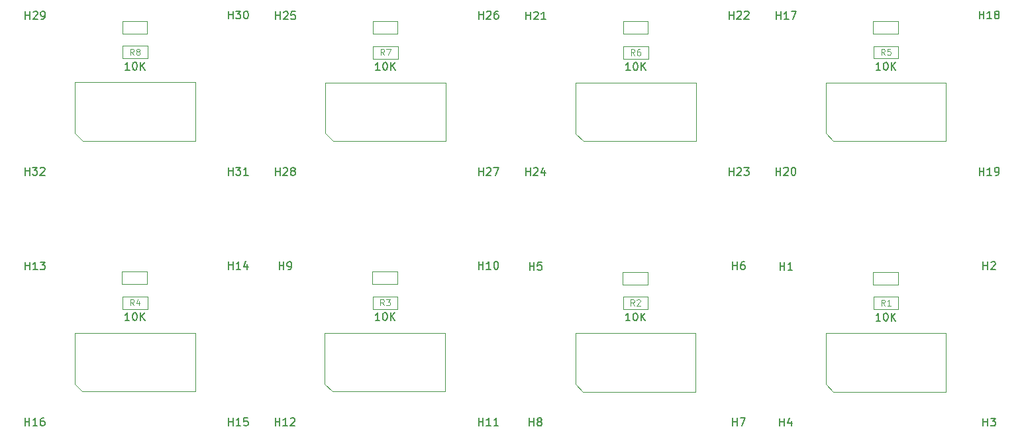
<source format=gbr>
%TF.GenerationSoftware,KiCad,Pcbnew,8.0.6*%
%TF.CreationDate,2024-11-17T13:24:28+02:00*%
%TF.ProjectId,1088as,31303838-6173-42e6-9b69-6361645f7063,rev?*%
%TF.SameCoordinates,PX4b9ebbdPY7add530*%
%TF.FileFunction,AssemblyDrawing,Top*%
%FSLAX46Y46*%
G04 Gerber Fmt 4.6, Leading zero omitted, Abs format (unit mm)*
G04 Created by KiCad (PCBNEW 8.0.6) date 2024-11-17 13:24:28*
%MOMM*%
%LPD*%
G01*
G04 APERTURE LIST*
%ADD10C,0.150000*%
%ADD11C,0.120000*%
%ADD12C,0.100000*%
G04 APERTURE END LIST*
D10*
X47228162Y19149075D02*
X46656734Y19149075D01*
X46942448Y19149075D02*
X46942448Y20149075D01*
X46942448Y20149075D02*
X46847210Y20006218D01*
X46847210Y20006218D02*
X46751972Y19910980D01*
X46751972Y19910980D02*
X46656734Y19863361D01*
X47847210Y20149075D02*
X47942448Y20149075D01*
X47942448Y20149075D02*
X48037686Y20101456D01*
X48037686Y20101456D02*
X48085305Y20053837D01*
X48085305Y20053837D02*
X48132924Y19958599D01*
X48132924Y19958599D02*
X48180543Y19768123D01*
X48180543Y19768123D02*
X48180543Y19530028D01*
X48180543Y19530028D02*
X48132924Y19339552D01*
X48132924Y19339552D02*
X48085305Y19244314D01*
X48085305Y19244314D02*
X48037686Y19196694D01*
X48037686Y19196694D02*
X47942448Y19149075D01*
X47942448Y19149075D02*
X47847210Y19149075D01*
X47847210Y19149075D02*
X47751972Y19196694D01*
X47751972Y19196694D02*
X47704353Y19244314D01*
X47704353Y19244314D02*
X47656734Y19339552D01*
X47656734Y19339552D02*
X47609115Y19530028D01*
X47609115Y19530028D02*
X47609115Y19768123D01*
X47609115Y19768123D02*
X47656734Y19958599D01*
X47656734Y19958599D02*
X47704353Y20053837D01*
X47704353Y20053837D02*
X47751972Y20101456D01*
X47751972Y20101456D02*
X47847210Y20149075D01*
X48609115Y19149075D02*
X48609115Y20149075D01*
X49180543Y19149075D02*
X48751972Y19720504D01*
X49180543Y20149075D02*
X48609115Y19577647D01*
D11*
X47785306Y21060039D02*
X47518639Y21440992D01*
X47328163Y21060039D02*
X47328163Y21860039D01*
X47328163Y21860039D02*
X47632925Y21860039D01*
X47632925Y21860039D02*
X47709115Y21821944D01*
X47709115Y21821944D02*
X47747210Y21783849D01*
X47747210Y21783849D02*
X47785306Y21707658D01*
X47785306Y21707658D02*
X47785306Y21593373D01*
X47785306Y21593373D02*
X47747210Y21517182D01*
X47747210Y21517182D02*
X47709115Y21479087D01*
X47709115Y21479087D02*
X47632925Y21440992D01*
X47632925Y21440992D02*
X47328163Y21440992D01*
X48051972Y21860039D02*
X48547210Y21860039D01*
X48547210Y21860039D02*
X48280544Y21555277D01*
X48280544Y21555277D02*
X48394829Y21555277D01*
X48394829Y21555277D02*
X48471020Y21517182D01*
X48471020Y21517182D02*
X48509115Y21479087D01*
X48509115Y21479087D02*
X48547210Y21402896D01*
X48547210Y21402896D02*
X48547210Y21212420D01*
X48547210Y21212420D02*
X48509115Y21136230D01*
X48509115Y21136230D02*
X48471020Y21098134D01*
X48471020Y21098134D02*
X48394829Y21060039D01*
X48394829Y21060039D02*
X48166258Y21060039D01*
X48166258Y21060039D02*
X48090067Y21098134D01*
X48090067Y21098134D02*
X48051972Y21136230D01*
D10*
X1930844Y57668684D02*
X1930844Y58668684D01*
X1930844Y58192494D02*
X2502272Y58192494D01*
X2502272Y57668684D02*
X2502272Y58668684D01*
X2930844Y58573446D02*
X2978463Y58621065D01*
X2978463Y58621065D02*
X3073701Y58668684D01*
X3073701Y58668684D02*
X3311796Y58668684D01*
X3311796Y58668684D02*
X3407034Y58621065D01*
X3407034Y58621065D02*
X3454653Y58573446D01*
X3454653Y58573446D02*
X3502272Y58478208D01*
X3502272Y58478208D02*
X3502272Y58382970D01*
X3502272Y58382970D02*
X3454653Y58240113D01*
X3454653Y58240113D02*
X2883225Y57668684D01*
X2883225Y57668684D02*
X3502272Y57668684D01*
X3978463Y57668684D02*
X4168939Y57668684D01*
X4168939Y57668684D02*
X4264177Y57716303D01*
X4264177Y57716303D02*
X4311796Y57763923D01*
X4311796Y57763923D02*
X4407034Y57906780D01*
X4407034Y57906780D02*
X4454653Y58097256D01*
X4454653Y58097256D02*
X4454653Y58478208D01*
X4454653Y58478208D02*
X4407034Y58573446D01*
X4407034Y58573446D02*
X4359415Y58621065D01*
X4359415Y58621065D02*
X4264177Y58668684D01*
X4264177Y58668684D02*
X4073701Y58668684D01*
X4073701Y58668684D02*
X3978463Y58621065D01*
X3978463Y58621065D02*
X3930844Y58573446D01*
X3930844Y58573446D02*
X3883225Y58478208D01*
X3883225Y58478208D02*
X3883225Y58240113D01*
X3883225Y58240113D02*
X3930844Y58144875D01*
X3930844Y58144875D02*
X3978463Y58097256D01*
X3978463Y58097256D02*
X4073701Y58049637D01*
X4073701Y58049637D02*
X4264177Y58049637D01*
X4264177Y58049637D02*
X4359415Y58097256D01*
X4359415Y58097256D02*
X4407034Y58144875D01*
X4407034Y58144875D02*
X4454653Y58240113D01*
X65897844Y37695981D02*
X65897844Y38695981D01*
X65897844Y38219791D02*
X66469272Y38219791D01*
X66469272Y37695981D02*
X66469272Y38695981D01*
X66897844Y38600743D02*
X66945463Y38648362D01*
X66945463Y38648362D02*
X67040701Y38695981D01*
X67040701Y38695981D02*
X67278796Y38695981D01*
X67278796Y38695981D02*
X67374034Y38648362D01*
X67374034Y38648362D02*
X67421653Y38600743D01*
X67421653Y38600743D02*
X67469272Y38505505D01*
X67469272Y38505505D02*
X67469272Y38410267D01*
X67469272Y38410267D02*
X67421653Y38267410D01*
X67421653Y38267410D02*
X66850225Y37695981D01*
X66850225Y37695981D02*
X67469272Y37695981D01*
X68326415Y38362648D02*
X68326415Y37695981D01*
X68088320Y38743600D02*
X67850225Y38029315D01*
X67850225Y38029315D02*
X68469272Y38029315D01*
X1882894Y5695334D02*
X1882894Y6695334D01*
X1882894Y6219144D02*
X2454322Y6219144D01*
X2454322Y5695334D02*
X2454322Y6695334D01*
X3454322Y5695334D02*
X2882894Y5695334D01*
X3168608Y5695334D02*
X3168608Y6695334D01*
X3168608Y6695334D02*
X3073370Y6552477D01*
X3073370Y6552477D02*
X2978132Y6457239D01*
X2978132Y6457239D02*
X2882894Y6409620D01*
X4311465Y6695334D02*
X4120989Y6695334D01*
X4120989Y6695334D02*
X4025751Y6647715D01*
X4025751Y6647715D02*
X3978132Y6600096D01*
X3978132Y6600096D02*
X3882894Y6457239D01*
X3882894Y6457239D02*
X3835275Y6266763D01*
X3835275Y6266763D02*
X3835275Y5885811D01*
X3835275Y5885811D02*
X3882894Y5790573D01*
X3882894Y5790573D02*
X3930513Y5742953D01*
X3930513Y5742953D02*
X4025751Y5695334D01*
X4025751Y5695334D02*
X4216227Y5695334D01*
X4216227Y5695334D02*
X4311465Y5742953D01*
X4311465Y5742953D02*
X4359084Y5790573D01*
X4359084Y5790573D02*
X4406703Y5885811D01*
X4406703Y5885811D02*
X4406703Y6123906D01*
X4406703Y6123906D02*
X4359084Y6219144D01*
X4359084Y6219144D02*
X4311465Y6266763D01*
X4311465Y6266763D02*
X4216227Y6314382D01*
X4216227Y6314382D02*
X4025751Y6314382D01*
X4025751Y6314382D02*
X3930513Y6266763D01*
X3930513Y6266763D02*
X3882894Y6219144D01*
X3882894Y6219144D02*
X3835275Y6123906D01*
X111241162Y51165275D02*
X110669734Y51165275D01*
X110955448Y51165275D02*
X110955448Y52165275D01*
X110955448Y52165275D02*
X110860210Y52022418D01*
X110860210Y52022418D02*
X110764972Y51927180D01*
X110764972Y51927180D02*
X110669734Y51879561D01*
X111860210Y52165275D02*
X111955448Y52165275D01*
X111955448Y52165275D02*
X112050686Y52117656D01*
X112050686Y52117656D02*
X112098305Y52070037D01*
X112098305Y52070037D02*
X112145924Y51974799D01*
X112145924Y51974799D02*
X112193543Y51784323D01*
X112193543Y51784323D02*
X112193543Y51546228D01*
X112193543Y51546228D02*
X112145924Y51355752D01*
X112145924Y51355752D02*
X112098305Y51260514D01*
X112098305Y51260514D02*
X112050686Y51212894D01*
X112050686Y51212894D02*
X111955448Y51165275D01*
X111955448Y51165275D02*
X111860210Y51165275D01*
X111860210Y51165275D02*
X111764972Y51212894D01*
X111764972Y51212894D02*
X111717353Y51260514D01*
X111717353Y51260514D02*
X111669734Y51355752D01*
X111669734Y51355752D02*
X111622115Y51546228D01*
X111622115Y51546228D02*
X111622115Y51784323D01*
X111622115Y51784323D02*
X111669734Y51974799D01*
X111669734Y51974799D02*
X111717353Y52070037D01*
X111717353Y52070037D02*
X111764972Y52117656D01*
X111764972Y52117656D02*
X111860210Y52165275D01*
X112622115Y51165275D02*
X112622115Y52165275D01*
X113193543Y51165275D02*
X112764972Y51736704D01*
X113193543Y52165275D02*
X112622115Y51593847D01*
D11*
X111798306Y53076239D02*
X111531639Y53457192D01*
X111341163Y53076239D02*
X111341163Y53876239D01*
X111341163Y53876239D02*
X111645925Y53876239D01*
X111645925Y53876239D02*
X111722115Y53838144D01*
X111722115Y53838144D02*
X111760210Y53800049D01*
X111760210Y53800049D02*
X111798306Y53723858D01*
X111798306Y53723858D02*
X111798306Y53609573D01*
X111798306Y53609573D02*
X111760210Y53533382D01*
X111760210Y53533382D02*
X111722115Y53495287D01*
X111722115Y53495287D02*
X111645925Y53457192D01*
X111645925Y53457192D02*
X111341163Y53457192D01*
X112522115Y53876239D02*
X112141163Y53876239D01*
X112141163Y53876239D02*
X112103067Y53495287D01*
X112103067Y53495287D02*
X112141163Y53533382D01*
X112141163Y53533382D02*
X112217353Y53571477D01*
X112217353Y53571477D02*
X112407829Y53571477D01*
X112407829Y53571477D02*
X112484020Y53533382D01*
X112484020Y53533382D02*
X112522115Y53495287D01*
X112522115Y53495287D02*
X112560210Y53419096D01*
X112560210Y53419096D02*
X112560210Y53228620D01*
X112560210Y53228620D02*
X112522115Y53152430D01*
X112522115Y53152430D02*
X112484020Y53114334D01*
X112484020Y53114334D02*
X112407829Y53076239D01*
X112407829Y53076239D02*
X112217353Y53076239D01*
X112217353Y53076239D02*
X112141163Y53114334D01*
X112141163Y53114334D02*
X112103067Y53152430D01*
D10*
X1889844Y37724734D02*
X1889844Y38724734D01*
X1889844Y38248544D02*
X2461272Y38248544D01*
X2461272Y37724734D02*
X2461272Y38724734D01*
X2842225Y38724734D02*
X3461272Y38724734D01*
X3461272Y38724734D02*
X3127939Y38343782D01*
X3127939Y38343782D02*
X3270796Y38343782D01*
X3270796Y38343782D02*
X3366034Y38296163D01*
X3366034Y38296163D02*
X3413653Y38248544D01*
X3413653Y38248544D02*
X3461272Y38153306D01*
X3461272Y38153306D02*
X3461272Y37915211D01*
X3461272Y37915211D02*
X3413653Y37819973D01*
X3413653Y37819973D02*
X3366034Y37772353D01*
X3366034Y37772353D02*
X3270796Y37724734D01*
X3270796Y37724734D02*
X2985082Y37724734D01*
X2985082Y37724734D02*
X2889844Y37772353D01*
X2889844Y37772353D02*
X2842225Y37819973D01*
X3842225Y38629496D02*
X3889844Y38677115D01*
X3889844Y38677115D02*
X3985082Y38724734D01*
X3985082Y38724734D02*
X4223177Y38724734D01*
X4223177Y38724734D02*
X4318415Y38677115D01*
X4318415Y38677115D02*
X4366034Y38629496D01*
X4366034Y38629496D02*
X4413653Y38534258D01*
X4413653Y38534258D02*
X4413653Y38439020D01*
X4413653Y38439020D02*
X4366034Y38296163D01*
X4366034Y38296163D02*
X3794606Y37724734D01*
X3794606Y37724734D02*
X4413653Y37724734D01*
X92355448Y5662372D02*
X92355448Y6662372D01*
X92355448Y6186182D02*
X92926876Y6186182D01*
X92926876Y5662372D02*
X92926876Y6662372D01*
X93307829Y6662372D02*
X93974495Y6662372D01*
X93974495Y6662372D02*
X93545924Y5662372D01*
X124363261Y25652550D02*
X124363261Y26652550D01*
X124363261Y26176360D02*
X124934689Y26176360D01*
X124934689Y25652550D02*
X124934689Y26652550D01*
X125363261Y26557312D02*
X125410880Y26604931D01*
X125410880Y26604931D02*
X125506118Y26652550D01*
X125506118Y26652550D02*
X125744213Y26652550D01*
X125744213Y26652550D02*
X125839451Y26604931D01*
X125839451Y26604931D02*
X125887070Y26557312D01*
X125887070Y26557312D02*
X125934689Y26462074D01*
X125934689Y26462074D02*
X125934689Y26366836D01*
X125934689Y26366836D02*
X125887070Y26223979D01*
X125887070Y26223979D02*
X125315642Y25652550D01*
X125315642Y25652550D02*
X125934689Y25652550D01*
X111242689Y19102191D02*
X110671261Y19102191D01*
X110956975Y19102191D02*
X110956975Y20102191D01*
X110956975Y20102191D02*
X110861737Y19959334D01*
X110861737Y19959334D02*
X110766499Y19864096D01*
X110766499Y19864096D02*
X110671261Y19816477D01*
X111861737Y20102191D02*
X111956975Y20102191D01*
X111956975Y20102191D02*
X112052213Y20054572D01*
X112052213Y20054572D02*
X112099832Y20006953D01*
X112099832Y20006953D02*
X112147451Y19911715D01*
X112147451Y19911715D02*
X112195070Y19721239D01*
X112195070Y19721239D02*
X112195070Y19483144D01*
X112195070Y19483144D02*
X112147451Y19292668D01*
X112147451Y19292668D02*
X112099832Y19197430D01*
X112099832Y19197430D02*
X112052213Y19149810D01*
X112052213Y19149810D02*
X111956975Y19102191D01*
X111956975Y19102191D02*
X111861737Y19102191D01*
X111861737Y19102191D02*
X111766499Y19149810D01*
X111766499Y19149810D02*
X111718880Y19197430D01*
X111718880Y19197430D02*
X111671261Y19292668D01*
X111671261Y19292668D02*
X111623642Y19483144D01*
X111623642Y19483144D02*
X111623642Y19721239D01*
X111623642Y19721239D02*
X111671261Y19911715D01*
X111671261Y19911715D02*
X111718880Y20006953D01*
X111718880Y20006953D02*
X111766499Y20054572D01*
X111766499Y20054572D02*
X111861737Y20102191D01*
X112623642Y19102191D02*
X112623642Y20102191D01*
X113195070Y19102191D02*
X112766499Y19673620D01*
X113195070Y20102191D02*
X112623642Y19530763D01*
D11*
X111799833Y21013155D02*
X111533166Y21394108D01*
X111342690Y21013155D02*
X111342690Y21813155D01*
X111342690Y21813155D02*
X111647452Y21813155D01*
X111647452Y21813155D02*
X111723642Y21775060D01*
X111723642Y21775060D02*
X111761737Y21736965D01*
X111761737Y21736965D02*
X111799833Y21660774D01*
X111799833Y21660774D02*
X111799833Y21546489D01*
X111799833Y21546489D02*
X111761737Y21470298D01*
X111761737Y21470298D02*
X111723642Y21432203D01*
X111723642Y21432203D02*
X111647452Y21394108D01*
X111647452Y21394108D02*
X111342690Y21394108D01*
X112561737Y21013155D02*
X112104594Y21013155D01*
X112333166Y21013155D02*
X112333166Y21813155D01*
X112333166Y21813155D02*
X112256975Y21698870D01*
X112256975Y21698870D02*
X112180785Y21622679D01*
X112180785Y21622679D02*
X112104594Y21584584D01*
D10*
X27882894Y25695334D02*
X27882894Y26695334D01*
X27882894Y26219144D02*
X28454322Y26219144D01*
X28454322Y25695334D02*
X28454322Y26695334D01*
X29454322Y25695334D02*
X28882894Y25695334D01*
X29168608Y25695334D02*
X29168608Y26695334D01*
X29168608Y26695334D02*
X29073370Y26552477D01*
X29073370Y26552477D02*
X28978132Y26457239D01*
X28978132Y26457239D02*
X28882894Y26409620D01*
X30311465Y26362001D02*
X30311465Y25695334D01*
X30073370Y26742953D02*
X29835275Y26028668D01*
X29835275Y26028668D02*
X30454322Y26028668D01*
X123885544Y57715634D02*
X123885544Y58715634D01*
X123885544Y58239444D02*
X124456972Y58239444D01*
X124456972Y57715634D02*
X124456972Y58715634D01*
X125456972Y57715634D02*
X124885544Y57715634D01*
X125171258Y57715634D02*
X125171258Y58715634D01*
X125171258Y58715634D02*
X125076020Y58572777D01*
X125076020Y58572777D02*
X124980782Y58477539D01*
X124980782Y58477539D02*
X124885544Y58429920D01*
X126028401Y58287063D02*
X125933163Y58334682D01*
X125933163Y58334682D02*
X125885544Y58382301D01*
X125885544Y58382301D02*
X125837925Y58477539D01*
X125837925Y58477539D02*
X125837925Y58525158D01*
X125837925Y58525158D02*
X125885544Y58620396D01*
X125885544Y58620396D02*
X125933163Y58668015D01*
X125933163Y58668015D02*
X126028401Y58715634D01*
X126028401Y58715634D02*
X126218877Y58715634D01*
X126218877Y58715634D02*
X126314115Y58668015D01*
X126314115Y58668015D02*
X126361734Y58620396D01*
X126361734Y58620396D02*
X126409353Y58525158D01*
X126409353Y58525158D02*
X126409353Y58477539D01*
X126409353Y58477539D02*
X126361734Y58382301D01*
X126361734Y58382301D02*
X126314115Y58334682D01*
X126314115Y58334682D02*
X126218877Y58287063D01*
X126218877Y58287063D02*
X126028401Y58287063D01*
X126028401Y58287063D02*
X125933163Y58239444D01*
X125933163Y58239444D02*
X125885544Y58191825D01*
X125885544Y58191825D02*
X125837925Y58096587D01*
X125837925Y58096587D02*
X125837925Y57906111D01*
X125837925Y57906111D02*
X125885544Y57810873D01*
X125885544Y57810873D02*
X125933163Y57763253D01*
X125933163Y57763253D02*
X126028401Y57715634D01*
X126028401Y57715634D02*
X126218877Y57715634D01*
X126218877Y57715634D02*
X126314115Y57763253D01*
X126314115Y57763253D02*
X126361734Y57810873D01*
X126361734Y57810873D02*
X126409353Y57906111D01*
X126409353Y57906111D02*
X126409353Y58096587D01*
X126409353Y58096587D02*
X126361734Y58191825D01*
X126361734Y58191825D02*
X126314115Y58239444D01*
X126314115Y58239444D02*
X126218877Y58287063D01*
X123885544Y37715635D02*
X123885544Y38715635D01*
X123885544Y38239445D02*
X124456972Y38239445D01*
X124456972Y37715635D02*
X124456972Y38715635D01*
X125456972Y37715635D02*
X124885544Y37715635D01*
X125171258Y37715635D02*
X125171258Y38715635D01*
X125171258Y38715635D02*
X125076020Y38572778D01*
X125076020Y38572778D02*
X124980782Y38477540D01*
X124980782Y38477540D02*
X124885544Y38429921D01*
X125933163Y37715635D02*
X126123639Y37715635D01*
X126123639Y37715635D02*
X126218877Y37763254D01*
X126218877Y37763254D02*
X126266496Y37810874D01*
X126266496Y37810874D02*
X126361734Y37953731D01*
X126361734Y37953731D02*
X126409353Y38144207D01*
X126409353Y38144207D02*
X126409353Y38525159D01*
X126409353Y38525159D02*
X126361734Y38620397D01*
X126361734Y38620397D02*
X126314115Y38668016D01*
X126314115Y38668016D02*
X126218877Y38715635D01*
X126218877Y38715635D02*
X126028401Y38715635D01*
X126028401Y38715635D02*
X125933163Y38668016D01*
X125933163Y38668016D02*
X125885544Y38620397D01*
X125885544Y38620397D02*
X125837925Y38525159D01*
X125837925Y38525159D02*
X125837925Y38287064D01*
X125837925Y38287064D02*
X125885544Y38191826D01*
X125885544Y38191826D02*
X125933163Y38144207D01*
X125933163Y38144207D02*
X126028401Y38096588D01*
X126028401Y38096588D02*
X126218877Y38096588D01*
X126218877Y38096588D02*
X126314115Y38144207D01*
X126314115Y38144207D02*
X126361734Y38191826D01*
X126361734Y38191826D02*
X126409353Y38287064D01*
X79253462Y51145622D02*
X78682034Y51145622D01*
X78967748Y51145622D02*
X78967748Y52145622D01*
X78967748Y52145622D02*
X78872510Y52002765D01*
X78872510Y52002765D02*
X78777272Y51907527D01*
X78777272Y51907527D02*
X78682034Y51859908D01*
X79872510Y52145622D02*
X79967748Y52145622D01*
X79967748Y52145622D02*
X80062986Y52098003D01*
X80062986Y52098003D02*
X80110605Y52050384D01*
X80110605Y52050384D02*
X80158224Y51955146D01*
X80158224Y51955146D02*
X80205843Y51764670D01*
X80205843Y51764670D02*
X80205843Y51526575D01*
X80205843Y51526575D02*
X80158224Y51336099D01*
X80158224Y51336099D02*
X80110605Y51240861D01*
X80110605Y51240861D02*
X80062986Y51193241D01*
X80062986Y51193241D02*
X79967748Y51145622D01*
X79967748Y51145622D02*
X79872510Y51145622D01*
X79872510Y51145622D02*
X79777272Y51193241D01*
X79777272Y51193241D02*
X79729653Y51240861D01*
X79729653Y51240861D02*
X79682034Y51336099D01*
X79682034Y51336099D02*
X79634415Y51526575D01*
X79634415Y51526575D02*
X79634415Y51764670D01*
X79634415Y51764670D02*
X79682034Y51955146D01*
X79682034Y51955146D02*
X79729653Y52050384D01*
X79729653Y52050384D02*
X79777272Y52098003D01*
X79777272Y52098003D02*
X79872510Y52145622D01*
X80634415Y51145622D02*
X80634415Y52145622D01*
X81205843Y51145622D02*
X80777272Y51717051D01*
X81205843Y52145622D02*
X80634415Y51574194D01*
D11*
X79810606Y53056586D02*
X79543939Y53437539D01*
X79353463Y53056586D02*
X79353463Y53856586D01*
X79353463Y53856586D02*
X79658225Y53856586D01*
X79658225Y53856586D02*
X79734415Y53818491D01*
X79734415Y53818491D02*
X79772510Y53780396D01*
X79772510Y53780396D02*
X79810606Y53704205D01*
X79810606Y53704205D02*
X79810606Y53589920D01*
X79810606Y53589920D02*
X79772510Y53513729D01*
X79772510Y53513729D02*
X79734415Y53475634D01*
X79734415Y53475634D02*
X79658225Y53437539D01*
X79658225Y53437539D02*
X79353463Y53437539D01*
X80496320Y53856586D02*
X80343939Y53856586D01*
X80343939Y53856586D02*
X80267748Y53818491D01*
X80267748Y53818491D02*
X80229653Y53780396D01*
X80229653Y53780396D02*
X80153463Y53666110D01*
X80153463Y53666110D02*
X80115367Y53513729D01*
X80115367Y53513729D02*
X80115367Y53208967D01*
X80115367Y53208967D02*
X80153463Y53132777D01*
X80153463Y53132777D02*
X80191558Y53094681D01*
X80191558Y53094681D02*
X80267748Y53056586D01*
X80267748Y53056586D02*
X80420129Y53056586D01*
X80420129Y53056586D02*
X80496320Y53094681D01*
X80496320Y53094681D02*
X80534415Y53132777D01*
X80534415Y53132777D02*
X80572510Y53208967D01*
X80572510Y53208967D02*
X80572510Y53399443D01*
X80572510Y53399443D02*
X80534415Y53475634D01*
X80534415Y53475634D02*
X80496320Y53513729D01*
X80496320Y53513729D02*
X80420129Y53551824D01*
X80420129Y53551824D02*
X80267748Y53551824D01*
X80267748Y53551824D02*
X80191558Y53513729D01*
X80191558Y53513729D02*
X80153463Y53475634D01*
X80153463Y53475634D02*
X80115367Y53399443D01*
D10*
X27889844Y57724734D02*
X27889844Y58724734D01*
X27889844Y58248544D02*
X28461272Y58248544D01*
X28461272Y57724734D02*
X28461272Y58724734D01*
X28842225Y58724734D02*
X29461272Y58724734D01*
X29461272Y58724734D02*
X29127939Y58343782D01*
X29127939Y58343782D02*
X29270796Y58343782D01*
X29270796Y58343782D02*
X29366034Y58296163D01*
X29366034Y58296163D02*
X29413653Y58248544D01*
X29413653Y58248544D02*
X29461272Y58153306D01*
X29461272Y58153306D02*
X29461272Y57915211D01*
X29461272Y57915211D02*
X29413653Y57819973D01*
X29413653Y57819973D02*
X29366034Y57772353D01*
X29366034Y57772353D02*
X29270796Y57724734D01*
X29270796Y57724734D02*
X28985082Y57724734D01*
X28985082Y57724734D02*
X28889844Y57772353D01*
X28889844Y57772353D02*
X28842225Y57819973D01*
X30080320Y58724734D02*
X30175558Y58724734D01*
X30175558Y58724734D02*
X30270796Y58677115D01*
X30270796Y58677115D02*
X30318415Y58629496D01*
X30318415Y58629496D02*
X30366034Y58534258D01*
X30366034Y58534258D02*
X30413653Y58343782D01*
X30413653Y58343782D02*
X30413653Y58105687D01*
X30413653Y58105687D02*
X30366034Y57915211D01*
X30366034Y57915211D02*
X30318415Y57819973D01*
X30318415Y57819973D02*
X30270796Y57772353D01*
X30270796Y57772353D02*
X30175558Y57724734D01*
X30175558Y57724734D02*
X30080320Y57724734D01*
X30080320Y57724734D02*
X29985082Y57772353D01*
X29985082Y57772353D02*
X29937463Y57819973D01*
X29937463Y57819973D02*
X29889844Y57915211D01*
X29889844Y57915211D02*
X29842225Y58105687D01*
X29842225Y58105687D02*
X29842225Y58343782D01*
X29842225Y58343782D02*
X29889844Y58534258D01*
X29889844Y58534258D02*
X29937463Y58629496D01*
X29937463Y58629496D02*
X29985082Y58677115D01*
X29985082Y58677115D02*
X30080320Y58724734D01*
X27882894Y5695335D02*
X27882894Y6695335D01*
X27882894Y6219145D02*
X28454322Y6219145D01*
X28454322Y5695335D02*
X28454322Y6695335D01*
X29454322Y5695335D02*
X28882894Y5695335D01*
X29168608Y5695335D02*
X29168608Y6695335D01*
X29168608Y6695335D02*
X29073370Y6552478D01*
X29073370Y6552478D02*
X28978132Y6457240D01*
X28978132Y6457240D02*
X28882894Y6409621D01*
X30359084Y6695335D02*
X29882894Y6695335D01*
X29882894Y6695335D02*
X29835275Y6219145D01*
X29835275Y6219145D02*
X29882894Y6266764D01*
X29882894Y6266764D02*
X29978132Y6314383D01*
X29978132Y6314383D02*
X30216227Y6314383D01*
X30216227Y6314383D02*
X30311465Y6266764D01*
X30311465Y6266764D02*
X30359084Y6219145D01*
X30359084Y6219145D02*
X30406703Y6123907D01*
X30406703Y6123907D02*
X30406703Y5885812D01*
X30406703Y5885812D02*
X30359084Y5790574D01*
X30359084Y5790574D02*
X30311465Y5742954D01*
X30311465Y5742954D02*
X30216227Y5695335D01*
X30216227Y5695335D02*
X29978132Y5695335D01*
X29978132Y5695335D02*
X29882894Y5742954D01*
X29882894Y5742954D02*
X29835275Y5790574D01*
X33872544Y5699434D02*
X33872544Y6699434D01*
X33872544Y6223244D02*
X34443972Y6223244D01*
X34443972Y5699434D02*
X34443972Y6699434D01*
X35443972Y5699434D02*
X34872544Y5699434D01*
X35158258Y5699434D02*
X35158258Y6699434D01*
X35158258Y6699434D02*
X35063020Y6556577D01*
X35063020Y6556577D02*
X34967782Y6461339D01*
X34967782Y6461339D02*
X34872544Y6413720D01*
X35824925Y6604196D02*
X35872544Y6651815D01*
X35872544Y6651815D02*
X35967782Y6699434D01*
X35967782Y6699434D02*
X36205877Y6699434D01*
X36205877Y6699434D02*
X36301115Y6651815D01*
X36301115Y6651815D02*
X36348734Y6604196D01*
X36348734Y6604196D02*
X36396353Y6508958D01*
X36396353Y6508958D02*
X36396353Y6413720D01*
X36396353Y6413720D02*
X36348734Y6270863D01*
X36348734Y6270863D02*
X35777306Y5699434D01*
X35777306Y5699434D02*
X36396353Y5699434D01*
X79234876Y19112012D02*
X78663448Y19112012D01*
X78949162Y19112012D02*
X78949162Y20112012D01*
X78949162Y20112012D02*
X78853924Y19969155D01*
X78853924Y19969155D02*
X78758686Y19873917D01*
X78758686Y19873917D02*
X78663448Y19826298D01*
X79853924Y20112012D02*
X79949162Y20112012D01*
X79949162Y20112012D02*
X80044400Y20064393D01*
X80044400Y20064393D02*
X80092019Y20016774D01*
X80092019Y20016774D02*
X80139638Y19921536D01*
X80139638Y19921536D02*
X80187257Y19731060D01*
X80187257Y19731060D02*
X80187257Y19492965D01*
X80187257Y19492965D02*
X80139638Y19302489D01*
X80139638Y19302489D02*
X80092019Y19207251D01*
X80092019Y19207251D02*
X80044400Y19159631D01*
X80044400Y19159631D02*
X79949162Y19112012D01*
X79949162Y19112012D02*
X79853924Y19112012D01*
X79853924Y19112012D02*
X79758686Y19159631D01*
X79758686Y19159631D02*
X79711067Y19207251D01*
X79711067Y19207251D02*
X79663448Y19302489D01*
X79663448Y19302489D02*
X79615829Y19492965D01*
X79615829Y19492965D02*
X79615829Y19731060D01*
X79615829Y19731060D02*
X79663448Y19921536D01*
X79663448Y19921536D02*
X79711067Y20016774D01*
X79711067Y20016774D02*
X79758686Y20064393D01*
X79758686Y20064393D02*
X79853924Y20112012D01*
X80615829Y19112012D02*
X80615829Y20112012D01*
X81187257Y19112012D02*
X80758686Y19683441D01*
X81187257Y20112012D02*
X80615829Y19540584D01*
D11*
X79792020Y21022976D02*
X79525353Y21403929D01*
X79334877Y21022976D02*
X79334877Y21822976D01*
X79334877Y21822976D02*
X79639639Y21822976D01*
X79639639Y21822976D02*
X79715829Y21784881D01*
X79715829Y21784881D02*
X79753924Y21746786D01*
X79753924Y21746786D02*
X79792020Y21670595D01*
X79792020Y21670595D02*
X79792020Y21556310D01*
X79792020Y21556310D02*
X79753924Y21480119D01*
X79753924Y21480119D02*
X79715829Y21442024D01*
X79715829Y21442024D02*
X79639639Y21403929D01*
X79639639Y21403929D02*
X79334877Y21403929D01*
X80096781Y21746786D02*
X80134877Y21784881D01*
X80134877Y21784881D02*
X80211067Y21822976D01*
X80211067Y21822976D02*
X80401543Y21822976D01*
X80401543Y21822976D02*
X80477734Y21784881D01*
X80477734Y21784881D02*
X80515829Y21746786D01*
X80515829Y21746786D02*
X80553924Y21670595D01*
X80553924Y21670595D02*
X80553924Y21594405D01*
X80553924Y21594405D02*
X80515829Y21480119D01*
X80515829Y21480119D02*
X80058686Y21022976D01*
X80058686Y21022976D02*
X80553924Y21022976D01*
D10*
X1923894Y25639284D02*
X1923894Y26639284D01*
X1923894Y26163094D02*
X2495322Y26163094D01*
X2495322Y25639284D02*
X2495322Y26639284D01*
X3495322Y25639284D02*
X2923894Y25639284D01*
X3209608Y25639284D02*
X3209608Y26639284D01*
X3209608Y26639284D02*
X3114370Y26496427D01*
X3114370Y26496427D02*
X3019132Y26401189D01*
X3019132Y26401189D02*
X2923894Y26353570D01*
X3828656Y26639284D02*
X4447703Y26639284D01*
X4447703Y26639284D02*
X4114370Y26258332D01*
X4114370Y26258332D02*
X4257227Y26258332D01*
X4257227Y26258332D02*
X4352465Y26210713D01*
X4352465Y26210713D02*
X4400084Y26163094D01*
X4400084Y26163094D02*
X4447703Y26067856D01*
X4447703Y26067856D02*
X4447703Y25829761D01*
X4447703Y25829761D02*
X4400084Y25734523D01*
X4400084Y25734523D02*
X4352465Y25686903D01*
X4352465Y25686903D02*
X4257227Y25639284D01*
X4257227Y25639284D02*
X3971513Y25639284D01*
X3971513Y25639284D02*
X3876275Y25686903D01*
X3876275Y25686903D02*
X3828656Y25734523D01*
X59893844Y37705310D02*
X59893844Y38705310D01*
X59893844Y38229120D02*
X60465272Y38229120D01*
X60465272Y37705310D02*
X60465272Y38705310D01*
X60893844Y38610072D02*
X60941463Y38657691D01*
X60941463Y38657691D02*
X61036701Y38705310D01*
X61036701Y38705310D02*
X61274796Y38705310D01*
X61274796Y38705310D02*
X61370034Y38657691D01*
X61370034Y38657691D02*
X61417653Y38610072D01*
X61417653Y38610072D02*
X61465272Y38514834D01*
X61465272Y38514834D02*
X61465272Y38419596D01*
X61465272Y38419596D02*
X61417653Y38276739D01*
X61417653Y38276739D02*
X60846225Y37705310D01*
X60846225Y37705310D02*
X61465272Y37705310D01*
X61798606Y38705310D02*
X62465272Y38705310D01*
X62465272Y38705310D02*
X62036701Y37705310D01*
X15245462Y51174375D02*
X14674034Y51174375D01*
X14959748Y51174375D02*
X14959748Y52174375D01*
X14959748Y52174375D02*
X14864510Y52031518D01*
X14864510Y52031518D02*
X14769272Y51936280D01*
X14769272Y51936280D02*
X14674034Y51888661D01*
X15864510Y52174375D02*
X15959748Y52174375D01*
X15959748Y52174375D02*
X16054986Y52126756D01*
X16054986Y52126756D02*
X16102605Y52079137D01*
X16102605Y52079137D02*
X16150224Y51983899D01*
X16150224Y51983899D02*
X16197843Y51793423D01*
X16197843Y51793423D02*
X16197843Y51555328D01*
X16197843Y51555328D02*
X16150224Y51364852D01*
X16150224Y51364852D02*
X16102605Y51269614D01*
X16102605Y51269614D02*
X16054986Y51221994D01*
X16054986Y51221994D02*
X15959748Y51174375D01*
X15959748Y51174375D02*
X15864510Y51174375D01*
X15864510Y51174375D02*
X15769272Y51221994D01*
X15769272Y51221994D02*
X15721653Y51269614D01*
X15721653Y51269614D02*
X15674034Y51364852D01*
X15674034Y51364852D02*
X15626415Y51555328D01*
X15626415Y51555328D02*
X15626415Y51793423D01*
X15626415Y51793423D02*
X15674034Y51983899D01*
X15674034Y51983899D02*
X15721653Y52079137D01*
X15721653Y52079137D02*
X15769272Y52126756D01*
X15769272Y52126756D02*
X15864510Y52174375D01*
X16626415Y51174375D02*
X16626415Y52174375D01*
X17197843Y51174375D02*
X16769272Y51745804D01*
X17197843Y52174375D02*
X16626415Y51602947D01*
D11*
X15802606Y53085339D02*
X15535939Y53466292D01*
X15345463Y53085339D02*
X15345463Y53885339D01*
X15345463Y53885339D02*
X15650225Y53885339D01*
X15650225Y53885339D02*
X15726415Y53847244D01*
X15726415Y53847244D02*
X15764510Y53809149D01*
X15764510Y53809149D02*
X15802606Y53732958D01*
X15802606Y53732958D02*
X15802606Y53618673D01*
X15802606Y53618673D02*
X15764510Y53542482D01*
X15764510Y53542482D02*
X15726415Y53504387D01*
X15726415Y53504387D02*
X15650225Y53466292D01*
X15650225Y53466292D02*
X15345463Y53466292D01*
X16259748Y53542482D02*
X16183558Y53580577D01*
X16183558Y53580577D02*
X16145463Y53618673D01*
X16145463Y53618673D02*
X16107367Y53694863D01*
X16107367Y53694863D02*
X16107367Y53732958D01*
X16107367Y53732958D02*
X16145463Y53809149D01*
X16145463Y53809149D02*
X16183558Y53847244D01*
X16183558Y53847244D02*
X16259748Y53885339D01*
X16259748Y53885339D02*
X16412129Y53885339D01*
X16412129Y53885339D02*
X16488320Y53847244D01*
X16488320Y53847244D02*
X16526415Y53809149D01*
X16526415Y53809149D02*
X16564510Y53732958D01*
X16564510Y53732958D02*
X16564510Y53694863D01*
X16564510Y53694863D02*
X16526415Y53618673D01*
X16526415Y53618673D02*
X16488320Y53580577D01*
X16488320Y53580577D02*
X16412129Y53542482D01*
X16412129Y53542482D02*
X16259748Y53542482D01*
X16259748Y53542482D02*
X16183558Y53504387D01*
X16183558Y53504387D02*
X16145463Y53466292D01*
X16145463Y53466292D02*
X16107367Y53390101D01*
X16107367Y53390101D02*
X16107367Y53237720D01*
X16107367Y53237720D02*
X16145463Y53161530D01*
X16145463Y53161530D02*
X16183558Y53123434D01*
X16183558Y53123434D02*
X16259748Y53085339D01*
X16259748Y53085339D02*
X16412129Y53085339D01*
X16412129Y53085339D02*
X16488320Y53123434D01*
X16488320Y53123434D02*
X16526415Y53161530D01*
X16526415Y53161530D02*
X16564510Y53237720D01*
X16564510Y53237720D02*
X16564510Y53390101D01*
X16564510Y53390101D02*
X16526415Y53466292D01*
X16526415Y53466292D02*
X16488320Y53504387D01*
X16488320Y53504387D02*
X16412129Y53542482D01*
D10*
X47249462Y51154950D02*
X46678034Y51154950D01*
X46963748Y51154950D02*
X46963748Y52154950D01*
X46963748Y52154950D02*
X46868510Y52012093D01*
X46868510Y52012093D02*
X46773272Y51916855D01*
X46773272Y51916855D02*
X46678034Y51869236D01*
X47868510Y52154950D02*
X47963748Y52154950D01*
X47963748Y52154950D02*
X48058986Y52107331D01*
X48058986Y52107331D02*
X48106605Y52059712D01*
X48106605Y52059712D02*
X48154224Y51964474D01*
X48154224Y51964474D02*
X48201843Y51773998D01*
X48201843Y51773998D02*
X48201843Y51535903D01*
X48201843Y51535903D02*
X48154224Y51345427D01*
X48154224Y51345427D02*
X48106605Y51250189D01*
X48106605Y51250189D02*
X48058986Y51202569D01*
X48058986Y51202569D02*
X47963748Y51154950D01*
X47963748Y51154950D02*
X47868510Y51154950D01*
X47868510Y51154950D02*
X47773272Y51202569D01*
X47773272Y51202569D02*
X47725653Y51250189D01*
X47725653Y51250189D02*
X47678034Y51345427D01*
X47678034Y51345427D02*
X47630415Y51535903D01*
X47630415Y51535903D02*
X47630415Y51773998D01*
X47630415Y51773998D02*
X47678034Y51964474D01*
X47678034Y51964474D02*
X47725653Y52059712D01*
X47725653Y52059712D02*
X47773272Y52107331D01*
X47773272Y52107331D02*
X47868510Y52154950D01*
X48630415Y51154950D02*
X48630415Y52154950D01*
X49201843Y51154950D02*
X48773272Y51726379D01*
X49201843Y52154950D02*
X48630415Y51583522D01*
D11*
X47806606Y53065914D02*
X47539939Y53446867D01*
X47349463Y53065914D02*
X47349463Y53865914D01*
X47349463Y53865914D02*
X47654225Y53865914D01*
X47654225Y53865914D02*
X47730415Y53827819D01*
X47730415Y53827819D02*
X47768510Y53789724D01*
X47768510Y53789724D02*
X47806606Y53713533D01*
X47806606Y53713533D02*
X47806606Y53599248D01*
X47806606Y53599248D02*
X47768510Y53523057D01*
X47768510Y53523057D02*
X47730415Y53484962D01*
X47730415Y53484962D02*
X47654225Y53446867D01*
X47654225Y53446867D02*
X47349463Y53446867D01*
X48073272Y53865914D02*
X48606606Y53865914D01*
X48606606Y53865914D02*
X48263748Y53065914D01*
D10*
X98404261Y25596500D02*
X98404261Y26596500D01*
X98404261Y26120310D02*
X98975689Y26120310D01*
X98975689Y25596500D02*
X98975689Y26596500D01*
X99975689Y25596500D02*
X99404261Y25596500D01*
X99689975Y25596500D02*
X99689975Y26596500D01*
X99689975Y26596500D02*
X99594737Y26453643D01*
X99594737Y26453643D02*
X99499499Y26358405D01*
X99499499Y26358405D02*
X99404261Y26310786D01*
X27889844Y37724735D02*
X27889844Y38724735D01*
X27889844Y38248545D02*
X28461272Y38248545D01*
X28461272Y37724735D02*
X28461272Y38724735D01*
X28842225Y38724735D02*
X29461272Y38724735D01*
X29461272Y38724735D02*
X29127939Y38343783D01*
X29127939Y38343783D02*
X29270796Y38343783D01*
X29270796Y38343783D02*
X29366034Y38296164D01*
X29366034Y38296164D02*
X29413653Y38248545D01*
X29413653Y38248545D02*
X29461272Y38153307D01*
X29461272Y38153307D02*
X29461272Y37915212D01*
X29461272Y37915212D02*
X29413653Y37819974D01*
X29413653Y37819974D02*
X29366034Y37772354D01*
X29366034Y37772354D02*
X29270796Y37724735D01*
X29270796Y37724735D02*
X28985082Y37724735D01*
X28985082Y37724735D02*
X28889844Y37772354D01*
X28889844Y37772354D02*
X28842225Y37819974D01*
X30413653Y37724735D02*
X29842225Y37724735D01*
X30127939Y37724735D02*
X30127939Y38724735D01*
X30127939Y38724735D02*
X30032701Y38581878D01*
X30032701Y38581878D02*
X29937463Y38486640D01*
X29937463Y38486640D02*
X29842225Y38439021D01*
X97885544Y37715634D02*
X97885544Y38715634D01*
X97885544Y38239444D02*
X98456972Y38239444D01*
X98456972Y37715634D02*
X98456972Y38715634D01*
X98885544Y38620396D02*
X98933163Y38668015D01*
X98933163Y38668015D02*
X99028401Y38715634D01*
X99028401Y38715634D02*
X99266496Y38715634D01*
X99266496Y38715634D02*
X99361734Y38668015D01*
X99361734Y38668015D02*
X99409353Y38620396D01*
X99409353Y38620396D02*
X99456972Y38525158D01*
X99456972Y38525158D02*
X99456972Y38429920D01*
X99456972Y38429920D02*
X99409353Y38287063D01*
X99409353Y38287063D02*
X98837925Y37715634D01*
X98837925Y37715634D02*
X99456972Y37715634D01*
X100076020Y38715634D02*
X100171258Y38715634D01*
X100171258Y38715634D02*
X100266496Y38668015D01*
X100266496Y38668015D02*
X100314115Y38620396D01*
X100314115Y38620396D02*
X100361734Y38525158D01*
X100361734Y38525158D02*
X100409353Y38334682D01*
X100409353Y38334682D02*
X100409353Y38096587D01*
X100409353Y38096587D02*
X100361734Y37906111D01*
X100361734Y37906111D02*
X100314115Y37810873D01*
X100314115Y37810873D02*
X100266496Y37763253D01*
X100266496Y37763253D02*
X100171258Y37715634D01*
X100171258Y37715634D02*
X100076020Y37715634D01*
X100076020Y37715634D02*
X99980782Y37763253D01*
X99980782Y37763253D02*
X99933163Y37810873D01*
X99933163Y37810873D02*
X99885544Y37906111D01*
X99885544Y37906111D02*
X99837925Y38096587D01*
X99837925Y38096587D02*
X99837925Y38334682D01*
X99837925Y38334682D02*
X99885544Y38525158D01*
X99885544Y38525158D02*
X99933163Y38620396D01*
X99933163Y38620396D02*
X99980782Y38668015D01*
X99980782Y38668015D02*
X100076020Y38715634D01*
X33893844Y37705309D02*
X33893844Y38705309D01*
X33893844Y38229119D02*
X34465272Y38229119D01*
X34465272Y37705309D02*
X34465272Y38705309D01*
X34893844Y38610071D02*
X34941463Y38657690D01*
X34941463Y38657690D02*
X35036701Y38705309D01*
X35036701Y38705309D02*
X35274796Y38705309D01*
X35274796Y38705309D02*
X35370034Y38657690D01*
X35370034Y38657690D02*
X35417653Y38610071D01*
X35417653Y38610071D02*
X35465272Y38514833D01*
X35465272Y38514833D02*
X35465272Y38419595D01*
X35465272Y38419595D02*
X35417653Y38276738D01*
X35417653Y38276738D02*
X34846225Y37705309D01*
X34846225Y37705309D02*
X35465272Y37705309D01*
X36036701Y38276738D02*
X35941463Y38324357D01*
X35941463Y38324357D02*
X35893844Y38371976D01*
X35893844Y38371976D02*
X35846225Y38467214D01*
X35846225Y38467214D02*
X35846225Y38514833D01*
X35846225Y38514833D02*
X35893844Y38610071D01*
X35893844Y38610071D02*
X35941463Y38657690D01*
X35941463Y38657690D02*
X36036701Y38705309D01*
X36036701Y38705309D02*
X36227177Y38705309D01*
X36227177Y38705309D02*
X36322415Y38657690D01*
X36322415Y38657690D02*
X36370034Y38610071D01*
X36370034Y38610071D02*
X36417653Y38514833D01*
X36417653Y38514833D02*
X36417653Y38467214D01*
X36417653Y38467214D02*
X36370034Y38371976D01*
X36370034Y38371976D02*
X36322415Y38324357D01*
X36322415Y38324357D02*
X36227177Y38276738D01*
X36227177Y38276738D02*
X36036701Y38276738D01*
X36036701Y38276738D02*
X35941463Y38229119D01*
X35941463Y38229119D02*
X35893844Y38181500D01*
X35893844Y38181500D02*
X35846225Y38086262D01*
X35846225Y38086262D02*
X35846225Y37895786D01*
X35846225Y37895786D02*
X35893844Y37800548D01*
X35893844Y37800548D02*
X35941463Y37752928D01*
X35941463Y37752928D02*
X36036701Y37705309D01*
X36036701Y37705309D02*
X36227177Y37705309D01*
X36227177Y37705309D02*
X36322415Y37752928D01*
X36322415Y37752928D02*
X36370034Y37800548D01*
X36370034Y37800548D02*
X36417653Y37895786D01*
X36417653Y37895786D02*
X36417653Y38086262D01*
X36417653Y38086262D02*
X36370034Y38181500D01*
X36370034Y38181500D02*
X36322415Y38229119D01*
X36322415Y38229119D02*
X36227177Y38276738D01*
X33934844Y57649259D02*
X33934844Y58649259D01*
X33934844Y58173069D02*
X34506272Y58173069D01*
X34506272Y57649259D02*
X34506272Y58649259D01*
X34934844Y58554021D02*
X34982463Y58601640D01*
X34982463Y58601640D02*
X35077701Y58649259D01*
X35077701Y58649259D02*
X35315796Y58649259D01*
X35315796Y58649259D02*
X35411034Y58601640D01*
X35411034Y58601640D02*
X35458653Y58554021D01*
X35458653Y58554021D02*
X35506272Y58458783D01*
X35506272Y58458783D02*
X35506272Y58363545D01*
X35506272Y58363545D02*
X35458653Y58220688D01*
X35458653Y58220688D02*
X34887225Y57649259D01*
X34887225Y57649259D02*
X35506272Y57649259D01*
X36411034Y58649259D02*
X35934844Y58649259D01*
X35934844Y58649259D02*
X35887225Y58173069D01*
X35887225Y58173069D02*
X35934844Y58220688D01*
X35934844Y58220688D02*
X36030082Y58268307D01*
X36030082Y58268307D02*
X36268177Y58268307D01*
X36268177Y58268307D02*
X36363415Y58220688D01*
X36363415Y58220688D02*
X36411034Y58173069D01*
X36411034Y58173069D02*
X36458653Y58077831D01*
X36458653Y58077831D02*
X36458653Y57839736D01*
X36458653Y57839736D02*
X36411034Y57744498D01*
X36411034Y57744498D02*
X36363415Y57696878D01*
X36363415Y57696878D02*
X36268177Y57649259D01*
X36268177Y57649259D02*
X36030082Y57649259D01*
X36030082Y57649259D02*
X35934844Y57696878D01*
X35934844Y57696878D02*
X35887225Y57744498D01*
X124363261Y5652550D02*
X124363261Y6652550D01*
X124363261Y6176360D02*
X124934689Y6176360D01*
X124934689Y5652550D02*
X124934689Y6652550D01*
X125315642Y6652550D02*
X125934689Y6652550D01*
X125934689Y6652550D02*
X125601356Y6271598D01*
X125601356Y6271598D02*
X125744213Y6271598D01*
X125744213Y6271598D02*
X125839451Y6223979D01*
X125839451Y6223979D02*
X125887070Y6176360D01*
X125887070Y6176360D02*
X125934689Y6081122D01*
X125934689Y6081122D02*
X125934689Y5843027D01*
X125934689Y5843027D02*
X125887070Y5747789D01*
X125887070Y5747789D02*
X125839451Y5700169D01*
X125839451Y5700169D02*
X125744213Y5652550D01*
X125744213Y5652550D02*
X125458499Y5652550D01*
X125458499Y5652550D02*
X125363261Y5700169D01*
X125363261Y5700169D02*
X125315642Y5747789D01*
X66355448Y5662371D02*
X66355448Y6662371D01*
X66355448Y6186181D02*
X66926876Y6186181D01*
X66926876Y5662371D02*
X66926876Y6662371D01*
X67545924Y6233800D02*
X67450686Y6281419D01*
X67450686Y6281419D02*
X67403067Y6329038D01*
X67403067Y6329038D02*
X67355448Y6424276D01*
X67355448Y6424276D02*
X67355448Y6471895D01*
X67355448Y6471895D02*
X67403067Y6567133D01*
X67403067Y6567133D02*
X67450686Y6614752D01*
X67450686Y6614752D02*
X67545924Y6662371D01*
X67545924Y6662371D02*
X67736400Y6662371D01*
X67736400Y6662371D02*
X67831638Y6614752D01*
X67831638Y6614752D02*
X67879257Y6567133D01*
X67879257Y6567133D02*
X67926876Y6471895D01*
X67926876Y6471895D02*
X67926876Y6424276D01*
X67926876Y6424276D02*
X67879257Y6329038D01*
X67879257Y6329038D02*
X67831638Y6281419D01*
X67831638Y6281419D02*
X67736400Y6233800D01*
X67736400Y6233800D02*
X67545924Y6233800D01*
X67545924Y6233800D02*
X67450686Y6186181D01*
X67450686Y6186181D02*
X67403067Y6138562D01*
X67403067Y6138562D02*
X67355448Y6043324D01*
X67355448Y6043324D02*
X67355448Y5852848D01*
X67355448Y5852848D02*
X67403067Y5757610D01*
X67403067Y5757610D02*
X67450686Y5709990D01*
X67450686Y5709990D02*
X67545924Y5662371D01*
X67545924Y5662371D02*
X67736400Y5662371D01*
X67736400Y5662371D02*
X67831638Y5709990D01*
X67831638Y5709990D02*
X67879257Y5757610D01*
X67879257Y5757610D02*
X67926876Y5852848D01*
X67926876Y5852848D02*
X67926876Y6043324D01*
X67926876Y6043324D02*
X67879257Y6138562D01*
X67879257Y6138562D02*
X67831638Y6186181D01*
X67831638Y6186181D02*
X67736400Y6233800D01*
X66396448Y25606321D02*
X66396448Y26606321D01*
X66396448Y26130131D02*
X66967876Y26130131D01*
X66967876Y25606321D02*
X66967876Y26606321D01*
X67920257Y26606321D02*
X67444067Y26606321D01*
X67444067Y26606321D02*
X67396448Y26130131D01*
X67396448Y26130131D02*
X67444067Y26177750D01*
X67444067Y26177750D02*
X67539305Y26225369D01*
X67539305Y26225369D02*
X67777400Y26225369D01*
X67777400Y26225369D02*
X67872638Y26177750D01*
X67872638Y26177750D02*
X67920257Y26130131D01*
X67920257Y26130131D02*
X67967876Y26034893D01*
X67967876Y26034893D02*
X67967876Y25796798D01*
X67967876Y25796798D02*
X67920257Y25701560D01*
X67920257Y25701560D02*
X67872638Y25653940D01*
X67872638Y25653940D02*
X67777400Y25606321D01*
X67777400Y25606321D02*
X67539305Y25606321D01*
X67539305Y25606321D02*
X67444067Y25653940D01*
X67444067Y25653940D02*
X67396448Y25701560D01*
X34389734Y25643384D02*
X34389734Y26643384D01*
X34389734Y26167194D02*
X34961162Y26167194D01*
X34961162Y25643384D02*
X34961162Y26643384D01*
X35484972Y25643384D02*
X35675448Y25643384D01*
X35675448Y25643384D02*
X35770686Y25691003D01*
X35770686Y25691003D02*
X35818305Y25738623D01*
X35818305Y25738623D02*
X35913543Y25881480D01*
X35913543Y25881480D02*
X35961162Y26071956D01*
X35961162Y26071956D02*
X35961162Y26452908D01*
X35961162Y26452908D02*
X35913543Y26548146D01*
X35913543Y26548146D02*
X35865924Y26595765D01*
X35865924Y26595765D02*
X35770686Y26643384D01*
X35770686Y26643384D02*
X35580210Y26643384D01*
X35580210Y26643384D02*
X35484972Y26595765D01*
X35484972Y26595765D02*
X35437353Y26548146D01*
X35437353Y26548146D02*
X35389734Y26452908D01*
X35389734Y26452908D02*
X35389734Y26214813D01*
X35389734Y26214813D02*
X35437353Y26119575D01*
X35437353Y26119575D02*
X35484972Y26071956D01*
X35484972Y26071956D02*
X35580210Y26024337D01*
X35580210Y26024337D02*
X35770686Y26024337D01*
X35770686Y26024337D02*
X35865924Y26071956D01*
X35865924Y26071956D02*
X35913543Y26119575D01*
X35913543Y26119575D02*
X35961162Y26214813D01*
X59872544Y25699434D02*
X59872544Y26699434D01*
X59872544Y26223244D02*
X60443972Y26223244D01*
X60443972Y25699434D02*
X60443972Y26699434D01*
X61443972Y25699434D02*
X60872544Y25699434D01*
X61158258Y25699434D02*
X61158258Y26699434D01*
X61158258Y26699434D02*
X61063020Y26556577D01*
X61063020Y26556577D02*
X60967782Y26461339D01*
X60967782Y26461339D02*
X60872544Y26413720D01*
X62063020Y26699434D02*
X62158258Y26699434D01*
X62158258Y26699434D02*
X62253496Y26651815D01*
X62253496Y26651815D02*
X62301115Y26604196D01*
X62301115Y26604196D02*
X62348734Y26508958D01*
X62348734Y26508958D02*
X62396353Y26318482D01*
X62396353Y26318482D02*
X62396353Y26080387D01*
X62396353Y26080387D02*
X62348734Y25889911D01*
X62348734Y25889911D02*
X62301115Y25794673D01*
X62301115Y25794673D02*
X62253496Y25747053D01*
X62253496Y25747053D02*
X62158258Y25699434D01*
X62158258Y25699434D02*
X62063020Y25699434D01*
X62063020Y25699434D02*
X61967782Y25747053D01*
X61967782Y25747053D02*
X61920163Y25794673D01*
X61920163Y25794673D02*
X61872544Y25889911D01*
X61872544Y25889911D02*
X61824925Y26080387D01*
X61824925Y26080387D02*
X61824925Y26318482D01*
X61824925Y26318482D02*
X61872544Y26508958D01*
X61872544Y26508958D02*
X61920163Y26604196D01*
X61920163Y26604196D02*
X61967782Y26651815D01*
X61967782Y26651815D02*
X62063020Y26699434D01*
X91897844Y57695981D02*
X91897844Y58695981D01*
X91897844Y58219791D02*
X92469272Y58219791D01*
X92469272Y57695981D02*
X92469272Y58695981D01*
X92897844Y58600743D02*
X92945463Y58648362D01*
X92945463Y58648362D02*
X93040701Y58695981D01*
X93040701Y58695981D02*
X93278796Y58695981D01*
X93278796Y58695981D02*
X93374034Y58648362D01*
X93374034Y58648362D02*
X93421653Y58600743D01*
X93421653Y58600743D02*
X93469272Y58505505D01*
X93469272Y58505505D02*
X93469272Y58410267D01*
X93469272Y58410267D02*
X93421653Y58267410D01*
X93421653Y58267410D02*
X92850225Y57695981D01*
X92850225Y57695981D02*
X93469272Y57695981D01*
X93850225Y58600743D02*
X93897844Y58648362D01*
X93897844Y58648362D02*
X93993082Y58695981D01*
X93993082Y58695981D02*
X94231177Y58695981D01*
X94231177Y58695981D02*
X94326415Y58648362D01*
X94326415Y58648362D02*
X94374034Y58600743D01*
X94374034Y58600743D02*
X94421653Y58505505D01*
X94421653Y58505505D02*
X94421653Y58410267D01*
X94421653Y58410267D02*
X94374034Y58267410D01*
X94374034Y58267410D02*
X93802606Y57695981D01*
X93802606Y57695981D02*
X94421653Y57695981D01*
X59893844Y57705309D02*
X59893844Y58705309D01*
X59893844Y58229119D02*
X60465272Y58229119D01*
X60465272Y57705309D02*
X60465272Y58705309D01*
X60893844Y58610071D02*
X60941463Y58657690D01*
X60941463Y58657690D02*
X61036701Y58705309D01*
X61036701Y58705309D02*
X61274796Y58705309D01*
X61274796Y58705309D02*
X61370034Y58657690D01*
X61370034Y58657690D02*
X61417653Y58610071D01*
X61417653Y58610071D02*
X61465272Y58514833D01*
X61465272Y58514833D02*
X61465272Y58419595D01*
X61465272Y58419595D02*
X61417653Y58276738D01*
X61417653Y58276738D02*
X60846225Y57705309D01*
X60846225Y57705309D02*
X61465272Y57705309D01*
X62322415Y58705309D02*
X62131939Y58705309D01*
X62131939Y58705309D02*
X62036701Y58657690D01*
X62036701Y58657690D02*
X61989082Y58610071D01*
X61989082Y58610071D02*
X61893844Y58467214D01*
X61893844Y58467214D02*
X61846225Y58276738D01*
X61846225Y58276738D02*
X61846225Y57895786D01*
X61846225Y57895786D02*
X61893844Y57800548D01*
X61893844Y57800548D02*
X61941463Y57752928D01*
X61941463Y57752928D02*
X62036701Y57705309D01*
X62036701Y57705309D02*
X62227177Y57705309D01*
X62227177Y57705309D02*
X62322415Y57752928D01*
X62322415Y57752928D02*
X62370034Y57800548D01*
X62370034Y57800548D02*
X62417653Y57895786D01*
X62417653Y57895786D02*
X62417653Y58133881D01*
X62417653Y58133881D02*
X62370034Y58229119D01*
X62370034Y58229119D02*
X62322415Y58276738D01*
X62322415Y58276738D02*
X62227177Y58324357D01*
X62227177Y58324357D02*
X62036701Y58324357D01*
X62036701Y58324357D02*
X61941463Y58276738D01*
X61941463Y58276738D02*
X61893844Y58229119D01*
X61893844Y58229119D02*
X61846225Y58133881D01*
X97926544Y57659584D02*
X97926544Y58659584D01*
X97926544Y58183394D02*
X98497972Y58183394D01*
X98497972Y57659584D02*
X98497972Y58659584D01*
X99497972Y57659584D02*
X98926544Y57659584D01*
X99212258Y57659584D02*
X99212258Y58659584D01*
X99212258Y58659584D02*
X99117020Y58516727D01*
X99117020Y58516727D02*
X99021782Y58421489D01*
X99021782Y58421489D02*
X98926544Y58373870D01*
X99831306Y58659584D02*
X100497972Y58659584D01*
X100497972Y58659584D02*
X100069401Y57659584D01*
X91897844Y37695982D02*
X91897844Y38695982D01*
X91897844Y38219792D02*
X92469272Y38219792D01*
X92469272Y37695982D02*
X92469272Y38695982D01*
X92897844Y38600744D02*
X92945463Y38648363D01*
X92945463Y38648363D02*
X93040701Y38695982D01*
X93040701Y38695982D02*
X93278796Y38695982D01*
X93278796Y38695982D02*
X93374034Y38648363D01*
X93374034Y38648363D02*
X93421653Y38600744D01*
X93421653Y38600744D02*
X93469272Y38505506D01*
X93469272Y38505506D02*
X93469272Y38410268D01*
X93469272Y38410268D02*
X93421653Y38267411D01*
X93421653Y38267411D02*
X92850225Y37695982D01*
X92850225Y37695982D02*
X93469272Y37695982D01*
X93802606Y38695982D02*
X94421653Y38695982D01*
X94421653Y38695982D02*
X94088320Y38315030D01*
X94088320Y38315030D02*
X94231177Y38315030D01*
X94231177Y38315030D02*
X94326415Y38267411D01*
X94326415Y38267411D02*
X94374034Y38219792D01*
X94374034Y38219792D02*
X94421653Y38124554D01*
X94421653Y38124554D02*
X94421653Y37886459D01*
X94421653Y37886459D02*
X94374034Y37791221D01*
X94374034Y37791221D02*
X94326415Y37743601D01*
X94326415Y37743601D02*
X94231177Y37695982D01*
X94231177Y37695982D02*
X93945463Y37695982D01*
X93945463Y37695982D02*
X93850225Y37743601D01*
X93850225Y37743601D02*
X93802606Y37791221D01*
X92355448Y25662371D02*
X92355448Y26662371D01*
X92355448Y26186181D02*
X92926876Y26186181D01*
X92926876Y25662371D02*
X92926876Y26662371D01*
X93831638Y26662371D02*
X93641162Y26662371D01*
X93641162Y26662371D02*
X93545924Y26614752D01*
X93545924Y26614752D02*
X93498305Y26567133D01*
X93498305Y26567133D02*
X93403067Y26424276D01*
X93403067Y26424276D02*
X93355448Y26233800D01*
X93355448Y26233800D02*
X93355448Y25852848D01*
X93355448Y25852848D02*
X93403067Y25757610D01*
X93403067Y25757610D02*
X93450686Y25709990D01*
X93450686Y25709990D02*
X93545924Y25662371D01*
X93545924Y25662371D02*
X93736400Y25662371D01*
X93736400Y25662371D02*
X93831638Y25709990D01*
X93831638Y25709990D02*
X93879257Y25757610D01*
X93879257Y25757610D02*
X93926876Y25852848D01*
X93926876Y25852848D02*
X93926876Y26090943D01*
X93926876Y26090943D02*
X93879257Y26186181D01*
X93879257Y26186181D02*
X93831638Y26233800D01*
X93831638Y26233800D02*
X93736400Y26281419D01*
X93736400Y26281419D02*
X93545924Y26281419D01*
X93545924Y26281419D02*
X93450686Y26233800D01*
X93450686Y26233800D02*
X93403067Y26186181D01*
X93403067Y26186181D02*
X93355448Y26090943D01*
X65938844Y57639931D02*
X65938844Y58639931D01*
X65938844Y58163741D02*
X66510272Y58163741D01*
X66510272Y57639931D02*
X66510272Y58639931D01*
X66938844Y58544693D02*
X66986463Y58592312D01*
X66986463Y58592312D02*
X67081701Y58639931D01*
X67081701Y58639931D02*
X67319796Y58639931D01*
X67319796Y58639931D02*
X67415034Y58592312D01*
X67415034Y58592312D02*
X67462653Y58544693D01*
X67462653Y58544693D02*
X67510272Y58449455D01*
X67510272Y58449455D02*
X67510272Y58354217D01*
X67510272Y58354217D02*
X67462653Y58211360D01*
X67462653Y58211360D02*
X66891225Y57639931D01*
X66891225Y57639931D02*
X67510272Y57639931D01*
X68462653Y57639931D02*
X67891225Y57639931D01*
X68176939Y57639931D02*
X68176939Y58639931D01*
X68176939Y58639931D02*
X68081701Y58497074D01*
X68081701Y58497074D02*
X67986463Y58401836D01*
X67986463Y58401836D02*
X67891225Y58354217D01*
X59872544Y5699435D02*
X59872544Y6699435D01*
X59872544Y6223245D02*
X60443972Y6223245D01*
X60443972Y5699435D02*
X60443972Y6699435D01*
X61443972Y5699435D02*
X60872544Y5699435D01*
X61158258Y5699435D02*
X61158258Y6699435D01*
X61158258Y6699435D02*
X61063020Y6556578D01*
X61063020Y6556578D02*
X60967782Y6461340D01*
X60967782Y6461340D02*
X60872544Y6413721D01*
X62396353Y5699435D02*
X61824925Y5699435D01*
X62110639Y5699435D02*
X62110639Y6699435D01*
X62110639Y6699435D02*
X62015401Y6556578D01*
X62015401Y6556578D02*
X61920163Y6461340D01*
X61920163Y6461340D02*
X61824925Y6413721D01*
X15238512Y19144975D02*
X14667084Y19144975D01*
X14952798Y19144975D02*
X14952798Y20144975D01*
X14952798Y20144975D02*
X14857560Y20002118D01*
X14857560Y20002118D02*
X14762322Y19906880D01*
X14762322Y19906880D02*
X14667084Y19859261D01*
X15857560Y20144975D02*
X15952798Y20144975D01*
X15952798Y20144975D02*
X16048036Y20097356D01*
X16048036Y20097356D02*
X16095655Y20049737D01*
X16095655Y20049737D02*
X16143274Y19954499D01*
X16143274Y19954499D02*
X16190893Y19764023D01*
X16190893Y19764023D02*
X16190893Y19525928D01*
X16190893Y19525928D02*
X16143274Y19335452D01*
X16143274Y19335452D02*
X16095655Y19240214D01*
X16095655Y19240214D02*
X16048036Y19192594D01*
X16048036Y19192594D02*
X15952798Y19144975D01*
X15952798Y19144975D02*
X15857560Y19144975D01*
X15857560Y19144975D02*
X15762322Y19192594D01*
X15762322Y19192594D02*
X15714703Y19240214D01*
X15714703Y19240214D02*
X15667084Y19335452D01*
X15667084Y19335452D02*
X15619465Y19525928D01*
X15619465Y19525928D02*
X15619465Y19764023D01*
X15619465Y19764023D02*
X15667084Y19954499D01*
X15667084Y19954499D02*
X15714703Y20049737D01*
X15714703Y20049737D02*
X15762322Y20097356D01*
X15762322Y20097356D02*
X15857560Y20144975D01*
X16619465Y19144975D02*
X16619465Y20144975D01*
X17190893Y19144975D02*
X16762322Y19716404D01*
X17190893Y20144975D02*
X16619465Y19573547D01*
D11*
X15795656Y21055939D02*
X15528989Y21436892D01*
X15338513Y21055939D02*
X15338513Y21855939D01*
X15338513Y21855939D02*
X15643275Y21855939D01*
X15643275Y21855939D02*
X15719465Y21817844D01*
X15719465Y21817844D02*
X15757560Y21779749D01*
X15757560Y21779749D02*
X15795656Y21703558D01*
X15795656Y21703558D02*
X15795656Y21589273D01*
X15795656Y21589273D02*
X15757560Y21513082D01*
X15757560Y21513082D02*
X15719465Y21474987D01*
X15719465Y21474987D02*
X15643275Y21436892D01*
X15643275Y21436892D02*
X15338513Y21436892D01*
X16481370Y21589273D02*
X16481370Y21055939D01*
X16290894Y21894034D02*
X16100417Y21322606D01*
X16100417Y21322606D02*
X16595656Y21322606D01*
D10*
X98363261Y5652550D02*
X98363261Y6652550D01*
X98363261Y6176360D02*
X98934689Y6176360D01*
X98934689Y5652550D02*
X98934689Y6652550D01*
X99839451Y6319217D02*
X99839451Y5652550D01*
X99601356Y6700169D02*
X99363261Y5985884D01*
X99363261Y5985884D02*
X99982308Y5985884D01*
D12*
%TO.C,R3*%
X46318639Y22223894D02*
X49518639Y22223894D01*
X46318639Y20623894D02*
X46318639Y22223894D01*
X49518639Y22223894D02*
X49518639Y20623894D01*
X49518639Y20623894D02*
X46318639Y20623894D01*
%TO.C,R5*%
X110331639Y54240094D02*
X113531639Y54240094D01*
X110331639Y52640094D02*
X110331639Y54240094D01*
X113531639Y54240094D02*
X113531639Y52640094D01*
X113531639Y52640094D02*
X110331639Y52640094D01*
%TO.C,C3*%
X46297873Y25383284D02*
X49497873Y25383284D01*
X46297873Y23783284D02*
X46297873Y25383284D01*
X49497873Y25383284D02*
X49497873Y23783284D01*
X49497873Y23783284D02*
X46297873Y23783284D01*
%TO.C,U2*%
X104233166Y17513319D02*
X119633166Y17513319D01*
X104233166Y11013319D02*
X104233166Y17513319D01*
X105233166Y10013319D02*
X104233166Y11013319D01*
X119633166Y17513319D02*
X119633166Y10013319D01*
X119633166Y10013319D02*
X105233166Y10013319D01*
%TO.C,R1*%
X110333166Y22177010D02*
X113533166Y22177010D01*
X110333166Y20577010D02*
X110333166Y22177010D01*
X113533166Y22177010D02*
X113533166Y20577010D01*
X113533166Y20577010D02*
X110333166Y20577010D01*
%TO.C,U14*%
X40239939Y49566078D02*
X55639939Y49566078D01*
X40239939Y43066078D02*
X40239939Y49566078D01*
X41239939Y42066078D02*
X40239939Y43066078D01*
X55639939Y49566078D02*
X55639939Y42066078D01*
X55639939Y42066078D02*
X41239939Y42066078D01*
%TO.C,U10*%
X104231639Y49576403D02*
X119631639Y49576403D01*
X104231639Y43076403D02*
X104231639Y49576403D01*
X105231639Y42076403D02*
X104231639Y43076403D01*
X119631639Y49576403D02*
X119631639Y42076403D01*
X119631639Y42076403D02*
X105231639Y42076403D01*
%TO.C,U12*%
X72243939Y49556750D02*
X87643939Y49556750D01*
X72243939Y43056750D02*
X72243939Y49556750D01*
X73243939Y42056750D02*
X72243939Y43056750D01*
X87643939Y49556750D02*
X87643939Y42056750D01*
X87643939Y42056750D02*
X73243939Y42056750D01*
%TO.C,C6*%
X78323173Y57379831D02*
X81523173Y57379831D01*
X78323173Y55779831D02*
X78323173Y57379831D01*
X81523173Y57379831D02*
X81523173Y55779831D01*
X81523173Y55779831D02*
X78323173Y55779831D01*
%TO.C,C5*%
X110310873Y57399484D02*
X113510873Y57399484D01*
X110310873Y55799484D02*
X110310873Y57399484D01*
X113510873Y57399484D02*
X113510873Y55799484D01*
X113510873Y55799484D02*
X110310873Y55799484D01*
%TO.C,U16*%
X8235939Y49585503D02*
X23635939Y49585503D01*
X8235939Y43085503D02*
X8235939Y49585503D01*
X9235939Y42085503D02*
X8235939Y43085503D01*
X23635939Y49585503D02*
X23635939Y42085503D01*
X23635939Y42085503D02*
X9235939Y42085503D01*
%TO.C,R6*%
X78343939Y54220441D02*
X81543939Y54220441D01*
X78343939Y52620441D02*
X78343939Y54220441D01*
X81543939Y54220441D02*
X81543939Y52620441D01*
X81543939Y52620441D02*
X78343939Y52620441D01*
%TO.C,R2*%
X78325353Y22186831D02*
X81525353Y22186831D01*
X78325353Y20586831D02*
X78325353Y22186831D01*
X81525353Y22186831D02*
X81525353Y20586831D01*
X81525353Y20586831D02*
X78325353Y20586831D01*
%TO.C,R8*%
X14335939Y54249194D02*
X17535939Y54249194D01*
X14335939Y52649194D02*
X14335939Y54249194D01*
X17535939Y54249194D02*
X17535939Y52649194D01*
X17535939Y52649194D02*
X14335939Y52649194D01*
%TO.C,C8*%
X14315173Y57408584D02*
X17515173Y57408584D01*
X14315173Y55808584D02*
X14315173Y57408584D01*
X17515173Y57408584D02*
X17515173Y55808584D01*
X17515173Y55808584D02*
X14315173Y55808584D01*
%TO.C,R7*%
X46339939Y54229769D02*
X49539939Y54229769D01*
X46339939Y52629769D02*
X46339939Y54229769D01*
X49539939Y54229769D02*
X49539939Y52629769D01*
X49539939Y52629769D02*
X46339939Y52629769D01*
%TO.C,U6*%
X40218639Y17560203D02*
X55618639Y17560203D01*
X40218639Y11060203D02*
X40218639Y17560203D01*
X41218639Y10060203D02*
X40218639Y11060203D01*
X55618639Y17560203D02*
X55618639Y10060203D01*
X55618639Y10060203D02*
X41218639Y10060203D01*
%TO.C,C1*%
X110312400Y25336400D02*
X113512400Y25336400D01*
X110312400Y23736400D02*
X110312400Y25336400D01*
X113512400Y25336400D02*
X113512400Y23736400D01*
X113512400Y23736400D02*
X110312400Y23736400D01*
%TO.C,U4*%
X72225353Y17523140D02*
X87625353Y17523140D01*
X72225353Y11023140D02*
X72225353Y17523140D01*
X73225353Y10023140D02*
X72225353Y11023140D01*
X87625353Y17523140D02*
X87625353Y10023140D01*
X87625353Y10023140D02*
X73225353Y10023140D01*
%TO.C,C7*%
X46319173Y57389159D02*
X49519173Y57389159D01*
X46319173Y55789159D02*
X46319173Y57389159D01*
X49519173Y57389159D02*
X49519173Y55789159D01*
X49519173Y55789159D02*
X46319173Y55789159D01*
%TO.C,U8*%
X8228989Y17556103D02*
X23628989Y17556103D01*
X8228989Y11056103D02*
X8228989Y17556103D01*
X9228989Y10056103D02*
X8228989Y11056103D01*
X23628989Y17556103D02*
X23628989Y10056103D01*
X23628989Y10056103D02*
X9228989Y10056103D01*
%TO.C,C2*%
X78304587Y25346221D02*
X81504587Y25346221D01*
X78304587Y23746221D02*
X78304587Y25346221D01*
X81504587Y25346221D02*
X81504587Y23746221D01*
X81504587Y23746221D02*
X78304587Y23746221D01*
%TO.C,C4*%
X14308223Y25379184D02*
X17508223Y25379184D01*
X14308223Y23779184D02*
X14308223Y25379184D01*
X17508223Y25379184D02*
X17508223Y23779184D01*
X17508223Y23779184D02*
X14308223Y23779184D01*
%TO.C,R4*%
X14328989Y22219794D02*
X17528989Y22219794D01*
X14328989Y20619794D02*
X14328989Y22219794D01*
X17528989Y22219794D02*
X17528989Y20619794D01*
X17528989Y20619794D02*
X14328989Y20619794D01*
%TD*%
M02*

</source>
